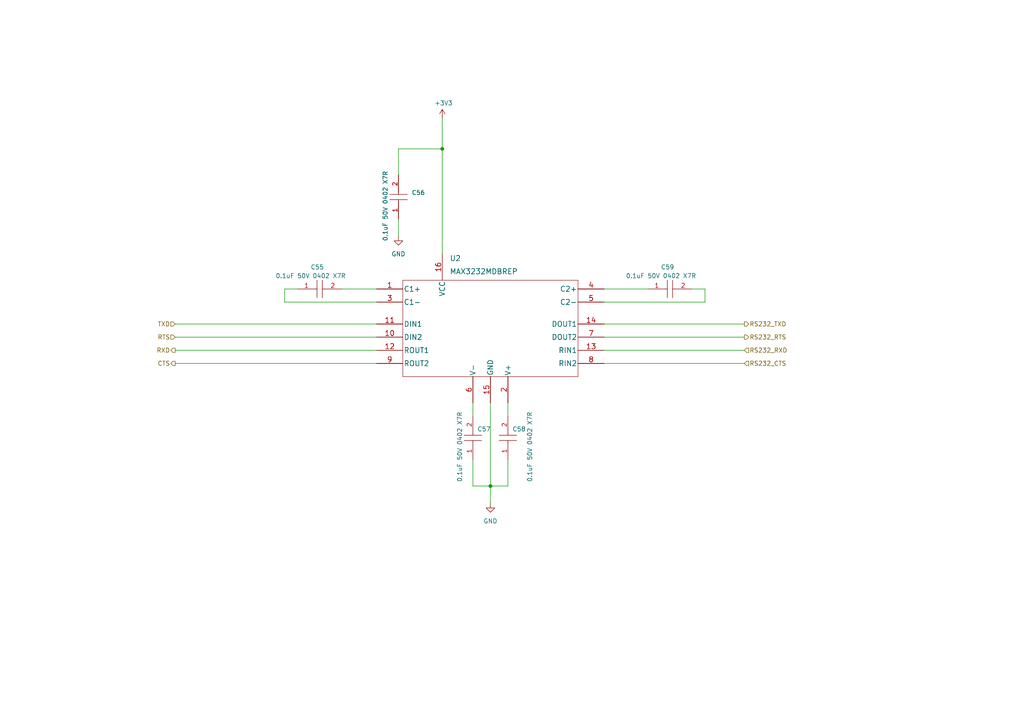
<source format=kicad_sch>
(kicad_sch (version 20231120) (generator "eeschema") (generator_version "8.0")
  (paper "A4")
  (lib_symbols
    (symbol "global_lib:MAX3232MDBREP" (pin_names (offset 0.254))
      (property "Reference" "U" (at 33.02 10.16 0))
      (property "Value" "MAX3232MDBREP" (at 33.02 7.62 0))
      (symbol "MAX3232MDBREP_1_1"
        (polyline (pts (xy 7.62 -22.86) (xy 58.42 -22.86)) (stroke (width 0.127)))
        (polyline (pts (xy 7.62 5.08) (xy 7.62 -22.86)) (stroke (width 0.127)))
        (polyline (pts (xy 58.42 -22.86) (xy 58.42 5.08)) (stroke (width 0.127)))
        (polyline (pts (xy 58.42 5.08) (xy 7.62 5.08)) (stroke (width 0.127)))
        (pin unspecified line (at 0 2.54 0) (length 7.62) (name "C1+") (number "1"))
        (pin input line (at 0 -11.43 0) (length 7.62) (name "DIN2") (number "10"))
        (pin input line (at 0 -7.62 0) (length 7.62) (name "DIN1") (number "11"))
        (pin output line (at 0 -15.24 0) (length 7.62) (name "ROUT1") (number "12"))
        (pin input line (at 66.04 -15.24 180) (length 7.62) (name "RIN1") (number "13"))
        (pin output line (at 66.04 -7.62 180) (length 7.62) (name "DOUT1") (number "14"))
        (pin power_in line (at 33.02 -30.48 90) (length 7.62) (name "GND") (number "15"))
        (pin power_in line (at 19.05 12.7 270) (length 7.62) (name "VCC") (number "16"))
        (pin power_in line (at 38.1 -30.48 90) (length 7.62) (name "V+") (number "2"))
        (pin unspecified line (at 0 -1.27 0) (length 7.62) (name "C1-") (number "3"))
        (pin unspecified line (at 66.04 2.54 180) (length 7.62) (name "C2+") (number "4"))
        (pin unspecified line (at 66.04 -1.27 180) (length 7.62) (name "C2-") (number "5"))
        (pin power_in line (at 27.94 -30.48 90) (length 7.62) (name "V-") (number "6"))
        (pin output line (at 66.04 -11.43 180) (length 7.62) (name "DOUT2") (number "7"))
        (pin input line (at 66.04 -19.05 180) (length 7.62) (name "RIN2") (number "8"))
        (pin output line (at 0 -19.05 0) (length 7.62) (name "ROUT2") (number "9"))
      )
    )
    (symbol "my_cap:0.1uF 0402 X7R" (pin_names (offset 0.762))
      (property "Reference" "C" (at 8.89 6.35 0))
      (property "Value" "0.1uF 0402 X7R" (at 8.89 3.81 0))
      (symbol "0.1uF 0402 X7R_0_0"
        (pin passive line (at 0 0 0) (length 5.08) (name "~") (number "1"))
        (pin passive line (at 12.7 0 180) (length 5.08) (name "~") (number "2"))
      )
      (symbol "0.1uF 0402 X7R_0_1"
        (polyline (pts (xy 5.08 0) (xy 5.588 0)) (stroke (width 0.1524)))
        (polyline (pts (xy 5.588 2.54) (xy 5.588 -2.54)) (stroke (width 0.1524)))
        (polyline (pts (xy 7.112 0) (xy 7.62 0)) (stroke (width 0.1524)))
        (polyline (pts (xy 7.112 2.54) (xy 7.112 -2.54)) (stroke (width 0.1524)))
      )
    )
    (symbol "power:+3V3" (power) (pin_names (offset 0))
      (property "Value" "+3V3" (at 0 3.556 0))
      (symbol "+3V3_0_1"
        (polyline (pts (xy -0.762 1.27) (xy 0 2.54)))
        (polyline (pts (xy 0 0) (xy 0 2.54)))
        (polyline (pts (xy 0 2.54) (xy 0.762 1.27)))
      )
      (symbol "+3V3_1_1"
        (pin power_in line (at 0 0 90) (length 0) hide (name "+3V3") (number "1"))
      )
    )
    (symbol "power:GND" (power) (pin_names (offset 0))
      (property "Value" "GND" (at 0 -3.81 0))
      (symbol "GND_0_1"
        (polyline (pts (xy 0 0) (xy 0 -1.27) (xy 1.27 -1.27) (xy 0 -2.54) (xy -1.27 -1.27) (xy 0 -1.27)))
      )
      (symbol "GND_1_1"
        (pin power_in line (at 0 0 270) (length 0) hide (name "GND") (number "1"))
      )
    )
  )
  (junction (at 128.27 43.18))
  (junction (at 142.24 140.97))
  (wire (pts (xy 82.55 87.63) (xy 109.22 87.63)))
  (wire (pts (xy 175.26 83.82) (xy 187.96 83.82)))
  (wire (pts (xy 137.16 133.35) (xy 137.16 140.97)))
  (wire (pts (xy 175.26 101.6) (xy 215.9 101.6)))
  (wire (pts (xy 175.26 97.79) (xy 215.9 97.79)))
  (wire (pts (xy 142.24 116.84) (xy 142.24 140.97)))
  (wire (pts (xy 204.47 87.63) (xy 175.26 87.63)))
  (wire (pts (xy 204.47 83.82) (xy 204.47 87.63)))
  (wire (pts (xy 128.27 73.66) (xy 128.27 43.18)))
  (wire (pts (xy 175.26 93.98) (xy 215.9 93.98)))
  (wire (pts (xy 147.32 133.35) (xy 147.32 140.97)))
  (wire (pts (xy 50.8 105.41) (xy 109.22 105.41)))
  (wire (pts (xy 175.26 105.41) (xy 215.9 105.41)))
  (wire (pts (xy 147.32 116.84) (xy 147.32 120.65)))
  (wire (pts (xy 137.16 140.97) (xy 142.24 140.97)))
  (wire (pts (xy 128.27 43.18) (xy 115.57 43.18)))
  (wire (pts (xy 115.57 43.18) (xy 115.57 50.8)))
  (wire (pts (xy 115.57 63.5) (xy 115.57 68.58)))
  (wire (pts (xy 137.16 116.84) (xy 137.16 120.65)))
  (wire (pts (xy 142.24 140.97) (xy 142.24 146.05)))
  (wire (pts (xy 147.32 140.97) (xy 142.24 140.97)))
  (wire (pts (xy 200.66 83.82) (xy 204.47 83.82)))
  (wire (pts (xy 50.8 101.6) (xy 109.22 101.6)))
  (wire (pts (xy 50.8 93.98) (xy 109.22 93.98)))
  (wire (pts (xy 99.06 83.82) (xy 109.22 83.82)))
  (wire (pts (xy 82.55 83.82) (xy 82.55 87.63)))
  (wire (pts (xy 86.36 83.82) (xy 82.55 83.82)))
  (wire (pts (xy 50.8 97.79) (xy 109.22 97.79)))
  (wire (pts (xy 128.27 34.29) (xy 128.27 43.18)))
  (hierarchical_label "RS232_RXD" (shape input) (at 215.9 101.6 0))
  (hierarchical_label "CTS" (shape output) (at 50.8 105.41 180))
  (hierarchical_label "RTS" (shape input) (at 50.8 97.79 180))
  (hierarchical_label "RS232_TXD" (shape output) (at 215.9 93.98 0))
  (hierarchical_label "RS232_RTS" (shape output) (at 215.9 97.79 0))
  (hierarchical_label "RXD" (shape output) (at 50.8 101.6 180))
  (hierarchical_label "TXD" (shape input) (at 50.8 93.98 180))
  (hierarchical_label "RS232_CTS" (shape input) (at 215.9 105.41 0))
  (symbol (lib_id "power:GND") (at 142.24 146.05 0) (unit 1)
    (property "Reference" "#PWR059" (effects (hide yes)))
    (property "Value" "GND" (at 142.24 151.13 0))
    (instances (project "dock_T800_v3" (path "" (reference "#PWR059") (unit 1)) (path "" (reference "#PWR033") (unit 1))))
  )
  (symbol (lib_id "my_cap:0.1uF 0402 X7R") (at 137.16 133.35 90) (unit 1)
    (property "Reference" "C57" (at 138.43 124.46 90) (effects (justify right)))
    (property "Value" "0.1uF 50V 0402 X7R" (at 133.35 119.38 0) (effects (justify right)))
    (property "Footprint" "C_0402_1005Metric" (effects (hide yes)))
    (property "Datasheet" "https://datasheet.datasheetarchive.com/originals/distributors/DKDS-10/191322.pdf" (effects (hide yes)))
    (property "Description" "Multilayer Ceramic Capacitors MLCC - SMD/SMT 0402 0.1uF 50volts X7R 10%" (effects (hide yes)))
    (property "Height" "0.55" (effects (hide yes)))
    (property "Manufacturer_Name" "Murata Electronics" (effects (hide yes)))
    (property "Manufacturer_Part_Number" "GRM155R71H104KE14D" (effects (hide yes)))
    (property "Mouser Part Number" "81-GRM155R71H104KE4D" (effects (hide yes)))
    (property "Mouser Price/Stock" "https://www.mouser.co.uk/ProductDetail/Murata-Electronics/GRM155R71H104KE14D?qs=2UZY3JfgLCy9gG9icKV9Yg%3D%3D" (effects (hide yes)))
    (property "Arrow Part Number" "GRM155R71H104KE14D" (effects (hide yes)))
    (property "Arrow Price/Stock" "https://www.arrow.com/en/products/grm155r71h104ke14d/murata-manufacturing?region=nac" (effects (hide yes)))
    (instances (project "dock_T800_v3" (path "" (reference "C57") (unit 1)) (path "" (reference "C31") (unit 1))))
  )
  (symbol (lib_id "my_cap:0.1uF 0402 X7R") (at 147.32 133.35 90) (unit 1)
    (property "Reference" "C58" (at 148.59 124.46 90) (effects (justify right)))
    (property "Value" "0.1uF 50V 0402 X7R" (at 153.67 119.38 0) (effects (justify right)))
    (property "Footprint" "C_0402_1005Metric" (effects (hide yes)))
    (property "Datasheet" "https://datasheet.datasheetarchive.com/originals/distributors/DKDS-10/191322.pdf" (effects (hide yes)))
    (property "Description" "Multilayer Ceramic Capacitors MLCC - SMD/SMT 0402 0.1uF 50volts X7R 10%" (effects (hide yes)))
    (property "Height" "0.55" (effects (hide yes)))
    (property "Manufacturer_Name" "Murata Electronics" (effects (hide yes)))
    (property "Manufacturer_Part_Number" "GRM155R71H104KE14D" (effects (hide yes)))
    (property "Mouser Part Number" "81-GRM155R71H104KE4D" (effects (hide yes)))
    (property "Mouser Price/Stock" "https://www.mouser.co.uk/ProductDetail/Murata-Electronics/GRM155R71H104KE14D?qs=2UZY3JfgLCy9gG9icKV9Yg%3D%3D" (effects (hide yes)))
    (property "Arrow Part Number" "GRM155R71H104KE14D" (effects (hide yes)))
    (property "Arrow Price/Stock" "https://www.arrow.com/en/products/grm155r71h104ke14d/murata-manufacturing?region=nac" (effects (hide yes)))
    (instances (project "dock_T800_v3" (path "" (reference "C58") (unit 1)) (path "" (reference "C32") (unit 1))))
  )
  (symbol (lib_id "my_cap:0.1uF 0402 X7R") (at 187.96 83.82 0) (unit 1)
    (property "Reference" "C59" (at 195.58 77.47 0) (effects (justify right)))
    (property "Value" "0.1uF 50V 0402 X7R" (at 201.93 80.01 0) (effects (justify right)))
    (property "Footprint" "C_0402_1005Metric" (effects (hide yes)))
    (property "Datasheet" "https://datasheet.datasheetarchive.com/originals/distributors/DKDS-10/191322.pdf" (effects (hide yes)))
    (property "Description" "Multilayer Ceramic Capacitors MLCC - SMD/SMT 0402 0.1uF 50volts X7R 10%" (effects (hide yes)))
    (property "Height" "0.55" (effects (hide yes)))
    (property "Manufacturer_Name" "Murata Electronics" (effects (hide yes)))
    (property "Manufacturer_Part_Number" "GRM155R71H104KE14D" (effects (hide yes)))
    (property "Mouser Part Number" "81-GRM155R71H104KE4D" (effects (hide yes)))
    (property "Mouser Price/Stock" "https://www.mouser.co.uk/ProductDetail/Murata-Electronics/GRM155R71H104KE14D?qs=2UZY3JfgLCy9gG9icKV9Yg%3D%3D" (effects (hide yes)))
    (property "Arrow Part Number" "GRM155R71H104KE14D" (effects (hide yes)))
    (property "Arrow Price/Stock" "https://www.arrow.com/en/products/grm155r71h104ke14d/murata-manufacturing?region=nac" (effects (hide yes)))
    (instances (project "dock_T800_v3" (path "" (reference "C59") (unit 1)) (path "" (reference "C33") (unit 1))))
  )
  (symbol (lib_id "global_lib:MAX3232MDBREP") (at 109.22 86.36 0) (unit 1)
    (property "Reference" "U2" (at 130.4151 74.93 0) (effects (font (size 1.524 1.524)) (justify left)))
    (property "Value" "MAX3232MDBREP" (at 130.4151 78.74 0) (effects (font (size 1.524 1.524)) (justify left)))
    (property "Footprint" "MAX3232MDBREP" (effects (hide yes)))
    (property "Datasheet" "https://www.ti.com/lit/ds/symlink/max3232-ep.pdf?HQS=dis-mous-null-mousermode-dsf-pf-null-wwe&ts=1651495792357&ref_url=https%253A%252F%252Fwww.mouser.com%252F" (effects (hide yes)))
    (instances (project "dock_T800_v3" (path "" (reference "U2") (unit 1)) (path "" (reference "U1") (unit 1))))
  )
  (symbol (lib_id "power:+3V3") (at 128.27 34.29 0) (unit 1)
    (property "Reference" "#PWR058" (effects (hide yes)))
    (property "Value" "+3V3" (at 128.651 29.8958 0))
    (instances (project "dock_T800_v3" (path "" (reference "#PWR058") (unit 1)) (path "" (reference "#PWR032") (unit 1))))
  )
  (symbol (lib_id "my_cap:0.1uF 0402 X7R") (at 115.57 63.5 90) (unit 1)
    (property "Reference" "C56" (at 119.38 55.8799 90) (effects (justify right)))
    (property "Value" "0.1uF 50V 0402 X7R" (at 111.76 49.53 0) (effects (justify right)))
    (property "Footprint" "C_0402_1005Metric" (effects (hide yes)))
    (property "Datasheet" "https://datasheet.datasheetarchive.com/originals/distributors/DKDS-10/191322.pdf" (effects (hide yes)))
    (property "Description" "Multilayer Ceramic Capacitors MLCC - SMD/SMT 0402 0.1uF 50volts X7R 10%" (effects (hide yes)))
    (property "Height" "0.55" (effects (hide yes)))
    (property "Manufacturer_Name" "Murata Electronics" (effects (hide yes)))
    (property "Manufacturer_Part_Number" "GRM155R71H104KE14D" (effects (hide yes)))
    (property "Mouser Part Number" "81-GRM155R71H104KE4D" (effects (hide yes)))
    (property "Mouser Price/Stock" "https://www.mouser.co.uk/ProductDetail/Murata-Electronics/GRM155R71H104KE14D?qs=2UZY3JfgLCy9gG9icKV9Yg%3D%3D" (effects (hide yes)))
    (property "Arrow Part Number" "GRM155R71H104KE14D" (effects (hide yes)))
    (property "Arrow Price/Stock" "https://www.arrow.com/en/products/grm155r71h104ke14d/murata-manufacturing?region=nac" (effects (hide yes)))
    (instances (project "dock_T800_v3" (path "" (reference "C56") (unit 1)) (path "" (reference "C30") (unit 1))))
  )
  (symbol (lib_id "power:GND") (at 115.57 68.58 0) (unit 1)
    (property "Reference" "#PWR057" (effects (hide yes)))
    (property "Value" "GND" (at 115.57 73.66 0))
    (instances (project "dock_T800_v3" (path "" (reference "#PWR057") (unit 1)) (path "" (reference "#PWR031") (unit 1))))
  )
  (symbol (lib_id "my_cap:0.1uF 0402 X7R") (at 86.36 83.82 0) (unit 1)
    (property "Reference" "C55" (at 93.98 77.47 0) (effects (justify right)))
    (property "Value" "0.1uF 50V 0402 X7R" (at 100.33 80.01 0) (effects (justify right)))
    (property "Footprint" "C_0402_1005Metric" (effects (hide yes)))
    (property "Datasheet" "https://datasheet.datasheetarchive.com/originals/distributors/DKDS-10/191322.pdf" (effects (hide yes)))
    (property "Description" "Multilayer Ceramic Capacitors MLCC - SMD/SMT 0402 0.1uF 50volts X7R 10%" (effects (hide yes)))
    (property "Height" "0.55" (effects (hide yes)))
    (property "Manufacturer_Name" "Murata Electronics" (effects (hide yes)))
    (property "Manufacturer_Part_Number" "GRM155R71H104KE14D" (effects (hide yes)))
    (property "Mouser Part Number" "81-GRM155R71H104KE4D" (effects (hide yes)))
    (property "Mouser Price/Stock" "https://www.mouser.co.uk/ProductDetail/Murata-Electronics/GRM155R71H104KE14D?qs=2UZY3JfgLCy9gG9icKV9Yg%3D%3D" (effects (hide yes)))
    (property "Arrow Part Number" "GRM155R71H104KE14D" (effects (hide yes)))
    (property "Arrow Price/Stock" "https://www.arrow.com/en/products/grm155r71h104ke14d/murata-manufacturing?region=nac" (effects (hide yes)))
    (instances (project "dock_T800_v3" (path "" (reference "C55") (unit 1)) (path "" (reference "C29") (unit 1))))
  )
)
</source>
